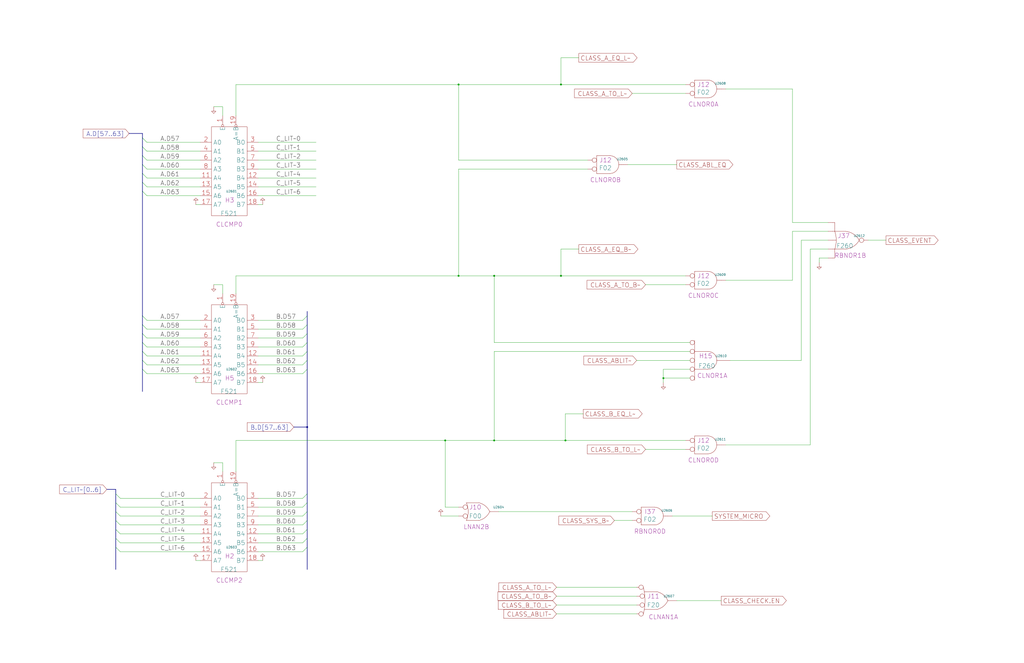
<source format=kicad_sch>
(kicad_sch (version 20250114) (generator "eeschema") (generator_version "9.0")
  (paper "User" 584.2 378.46)
  (title_block (title "CLASS CHECK LOGIC") (date "15-MAR-90") (rev "1.0") (comment 1 "TYPE") (comment 2 "232-003062") (comment 3 "S400") (comment 4 "RELEASED"))
  (lib_symbols
    (symbol "r1000:F00" (pin_numbers (hide yes)) (pin_names (hide yes))
      (property "Reference" "U" (at 15.24 0 0))
      (property "Value" "F00" (at 1.905 -5.08 0))
      (property "Location" "___" (at 1.905 0 0))
      (property "Name" "______" (at 2.54 -12.7 0))
      (symbol "F00_0_1"
        (polyline (pts (xy -2.54 2.54) (xy -2.54 -7.62)) (stroke (width 0.1524)))
        (polyline (pts (xy -2.54 2.54) (xy 5.08 2.54)) (stroke (width 0.1524)))
        (polyline (pts (xy -2.54 -7.62) (xy 5.08 -7.62)) (stroke (width 0.1524)))
        (arc (start 5.08 2.54) (mid 10.1281 -2.54) (end 5.08 -7.62) (stroke (width 0.1524)))
        (circle (center 11.43 -2.54) (radius 1.27) (stroke (width 0.1524)))
      )
      (symbol "F00_0_2"
        (arc (start -3.175 2.54) (mid -2.134 -2.54) (end -3.175 -7.62) (stroke (width 0.1524)))
        (circle (center -3.81 0) (radius 1.27) (stroke (width 0.1524)))
        (circle (center -3.81 -5.08) (radius 1.27) (stroke (width 0.1524)))
        (polyline (pts (xy -3.175 2.54) (xy 3.81 2.54)) (stroke (width 0.1524)))
        (polyline (pts (xy -3.175 -7.62) (xy 3.81 -7.62)) (stroke (width 0.1524)))
        (arc (start 3.81 2.54) (mid 7.5828 0.7472) (end 10.16 -2.54) (stroke (width 0.1524)))
        (arc (start 10.16 -2.54) (mid 7.5855 -5.8306) (end 3.81 -7.62) (stroke (width 0.1524)))
      )
      (symbol "F00_1_1"
        (pin input line (at -7.62 0 0) (length 5.08) (name "D0") (number "1"))
        (pin input line (at -7.62 -5.08 0) (length 5.08) (name "D1") (number "2"))
        (pin output line (at 15.24 -2.54 180) (length 2.54) (name "Q") (number "3"))
      )
      (symbol "F00_1_2"
        (pin input line (at -7.62 0 0) (length 2.54) (name "D0") (number "1"))
        (pin input line (at -7.62 -5.08 0) (length 2.54) (name "D1") (number "2"))
        (pin output line (at 15.24 -2.54 180) (length 5.08) (name "Q") (number "3"))
      )
    )
    (symbol "r1000:F02" (pin_numbers (hide yes)) (pin_names (hide yes))
      (property "Reference" "U" (at 12.16 0.635 0))
      (property "Value" "F02" (at -1.27 -4.445 0))
      (property "Location" "___" (at 2.54 0 0))
      (property "Name" "______" (at 2.54 -12.7 0))
      (symbol "F02_0_1"
        (arc (start -3.81 2.54) (mid -2.9847 -2.54) (end -3.81 -7.62) (stroke (width 0.1524)))
        (polyline (pts (xy -5.08 0) (xy -3.175 0)) (stroke (width 0.1524)))
        (polyline (pts (xy -5.08 -5.08) (xy -3.175 -5.08)) (stroke (width 0.1524)))
        (polyline (pts (xy -3.81 2.54) (xy 2.54 2.54)) (stroke (width 0.1524)))
        (polyline (pts (xy -3.81 -7.62) (xy 2.54 -7.62)) (stroke (width 0.1524)))
        (arc (start 2.54 2.54) (mid 6.9477 0.8966) (end 10.16 -2.54) (stroke (width 0.1524)))
        (arc (start 10.16 -2.54) (mid 6.9515 -5.9823) (end 2.54 -7.62) (stroke (width 0.1524)))
        (circle (center 11.43 -2.54) (radius 1.27) (stroke (width 0.1524)))
        (polyline (pts (xy 13.97 -2.54) (xy 12.7 -2.54)) (stroke (width 0.1524)))
      )
      (symbol "F02_0_2"
        (circle (center -3.81 0) (radius 1.27) (stroke (width 0.1524)))
        (circle (center -3.81 -5.08) (radius 1.27) (stroke (width 0.1524)))
        (polyline (pts (xy -2.54 2.54) (xy -2.54 -7.62)) (stroke (width 0.1524)))
        (polyline (pts (xy -2.54 2.54) (xy 5.08 2.54)) (stroke (width 0.1524)))
        (polyline (pts (xy -2.54 -7.62) (xy 5.08 -7.62)) (stroke (width 0.1524)))
        (arc (start 5.08 2.54) (mid 10.1281 -2.54) (end 5.08 -7.62) (stroke (width 0.1524)))
        (polyline (pts (xy 11.43 -2.54) (xy 10.16 -2.54)) (stroke (width 0.1524)))
        (polyline (pts (xy 11.43 -2.54) (xy 12.7 -2.54)) (stroke (width 0.1524)))
      )
      (symbol "F02_1_1"
        (pin input line (at -7.62 0 0) (length 2.54) (name "D0") (number "1"))
        (pin input line (at -7.62 -5.08 0) (length 2.54) (name "D1") (number "2"))
        (pin output line (at 15.24 -2.54 180) (length 1.27) (name "Q") (number "3"))
      )
      (symbol "F02_1_2"
        (pin input line (at -7.62 0 0) (length 2.54) (name "D0") (number "1"))
        (pin input line (at -7.62 -5.08 0) (length 2.54) (name "D1") (number "2"))
        (pin output line (at 15.24 -2.54 180) (length 2.54) (name "Q") (number "3"))
      )
    )
    (symbol "r1000:F20" (pin_numbers (hide yes)) (pin_names (hide yes))
      (property "Reference" "U" (at 8.255 2.54 0))
      (property "Value" "F20" (at -0.635 -2.54 0))
      (property "Location" "___" (at -0.635 2.54 0))
      (property "Name" "______" (at 5.08 -10.795 0))
      (symbol "F20_0_1"
        (polyline (pts (xy -5.08 7.62) (xy -5.08 5.08)) (stroke (width 0.1524)))
        (polyline (pts (xy -5.08 5.08) (xy -5.08 -5.08)) (stroke (width 0.1524)))
        (polyline (pts (xy -5.08 -5.08) (xy -5.08 -7.62)) (stroke (width 0.1524)))
        (arc (start 2.54 5.08) (mid 7.5882 0) (end 2.54 -5.08) (stroke (width 0.1524)))
        (polyline (pts (xy 2.54 5.08) (xy -5.08 5.08)) (stroke (width 0.1524)))
        (polyline (pts (xy 2.54 -5.08) (xy -5.08 -5.08)) (stroke (width 0.1524)))
        (circle (center 8.89 0) (radius 1.27) (stroke (width 0.1524)))
      )
      (symbol "F20_0_2"
        (arc (start -6.35 7.62) (mid -5.3975 0) (end -6.35 -7.62) (stroke (width 0.1524)))
        (circle (center -7.62 7.62) (radius 1.27) (stroke (width 0.1524)))
        (circle (center -7.62 -7.62) (radius 1.27) (stroke (width 0.1524)))
        (circle (center -6.985 2.54) (radius 1.27) (stroke (width 0.1524)))
        (circle (center -6.985 -2.54) (radius 1.27) (stroke (width 0.1524)))
        (polyline (pts (xy -5.715 5.08) (xy 1.27 5.08)) (stroke (width 0.1524)))
        (polyline (pts (xy -5.715 -5.08) (xy 1.27 -5.08)) (stroke (width 0.1524)))
        (arc (start 7.62 0) (mid 5.0518 -3.2985) (end 1.27 -5.08) (stroke (width 0.1524)))
        (arc (start 1.27 5.08) (mid 5.0518 3.2985) (end 7.62 0) (stroke (width 0.1524)))
      )
      (symbol "F20_1_1"
        (pin input line (at -10.16 7.62 0) (length 5.08) (name "D0") (number "1"))
        (pin input line (at -10.16 2.54 0) (length 5.08) (name "D1") (number "2"))
        (pin input line (at -10.16 -2.54 0) (length 5.08) (name "D2") (number "4"))
        (pin input line (at -10.16 -7.62 0) (length 5.08) (name "D3") (number "5"))
        (pin output line (at 12.7 0 180) (length 2.54) (name "Q") (number "6"))
      )
      (symbol "F20_1_2"
        (pin input line (at -10.16 7.62 0) (length 1.27) (name "D0") (number "1"))
        (pin input line (at -10.16 2.54 0) (length 1.905) (name "D1") (number "2"))
        (pin input line (at -10.16 -2.54 0) (length 1.905) (name "D2") (number "4"))
        (pin input line (at -10.16 -7.62 0) (length 1.27) (name "D3") (number "5"))
        (pin output line (at 12.7 0 180) (length 5.08) (name "Q") (number "6"))
      )
    )
    (symbol "r1000:F260" (pin_numbers (hide yes)) (pin_names (hide yes))
      (property "Reference" "U" (at 10.16 0 0))
      (property "Value" "F260" (at 1.905 -5.715 0))
      (property "Location" "___" (at 1.27 0 0))
      (property "Name" "______" (at 5.08 -12.7 0))
      (symbol "F260_0_1"
        (arc (start -3.8173 2.54) (mid -2.9926 -2.54) (end -3.8173 -7.62) (stroke (width 0.1524)))
        (polyline (pts (xy -5.08 7.62) (xy -3.81 7.62) (xy -3.81 2.54)) (stroke (width 0.1524)))
        (polyline (pts (xy -5.08 2.54) (xy -3.81 2.54)) (stroke (width 0.1524)))
        (polyline (pts (xy -5.08 -2.54) (xy -3.0226 -2.54)) (stroke (width 0.1524)))
        (polyline (pts (xy -5.08 -7.62) (xy -3.81 -7.62)) (stroke (width 0.1524)))
        (polyline (pts (xy -5.08 -12.7) (xy -3.81 -12.7) (xy -3.81 -7.62)) (stroke (width 0.1524)))
        (polyline (pts (xy -3.81 2.54) (xy 2.54 2.54)) (stroke (width 0.1524)))
        (polyline (pts (xy -3.81 -7.62) (xy 2.54 -7.62)) (stroke (width 0.1524)))
        (arc (start 10.16 -2.54) (mid 6.9504 -5.9807) (end 2.54 -7.62) (stroke (width 0.1524)))
        (arc (start 2.54 2.54) (mid 6.9516 0.9024) (end 10.16 -2.54) (stroke (width 0.1524)))
        (circle (center 11.43 -2.54) (radius 1.27) (stroke (width 0.1524)))
      )
      (symbol "F260_0_2"
        (circle (center -6.35 7.62) (radius 1.27) (stroke (width 0.1524)))
        (circle (center -6.35 2.54) (radius 1.27) (stroke (width 0.1524)))
        (circle (center -6.35 -2.54) (radius 1.27) (stroke (width 0.1524)))
        (circle (center -6.35 -7.62) (radius 1.27) (stroke (width 0.1524)))
        (circle (center -6.35 -12.7) (radius 1.27) (stroke (width 0.1524)))
        (polyline (pts (xy -5.08 2.54) (xy 2.54 2.54)) (stroke (width 0.1524)))
        (polyline (pts (xy -5.08 -7.62) (xy 2.54 -7.62)) (stroke (width 0.1524)))
        (polyline (pts (xy -5.08 -13.97) (xy -5.08 8.89)) (stroke (width 0.1524)))
        (arc (start 2.54 2.54) (mid 6.1321 1.0521) (end 7.62 -2.54) (stroke (width 0.1524)))
        (arc (start 7.62 -2.54) (mid 6.1321 -6.1321) (end 2.54 -7.62) (stroke (width 0.1524)))
      )
      (symbol "F260_1_1"
        (pin input line (at -7.62 7.62 0) (length 2.54) (name "D0") (number "12"))
        (pin input line (at -7.62 2.54 0) (length 2.54) (name "D1") (number "13"))
        (pin input line (at -7.62 -2.54 0) (length 2.54) (name "D2") (number "1"))
        (pin input line (at -7.62 -7.62 0) (length 2.54) (name "D3") (number "2"))
        (pin input line (at -7.62 -12.7 0) (length 2.54) (name "D4") (number "3"))
        (pin output line (at 15.24 -2.54 180) (length 2.54) (name "Q") (number "5"))
      )
      (symbol "F260_1_2"
        (pin input line (at -7.62 7.62 0) (length 0) (name "D0") (number "12"))
        (pin input line (at -7.62 2.54 0) (length 0) (name "D1") (number "13"))
        (pin input line (at -7.62 -2.54 0) (length 0) (name "D2") (number "1"))
        (pin input line (at -7.62 -7.62 0) (length 0) (name "D3") (number "2"))
        (pin input line (at -7.62 -12.7 0) (length 0) (name "D4") (number "3"))
        (pin output line (at 15.24 -2.54 180) (length 7.62) (name "Q") (number "5"))
      )
    )
    (symbol "r1000:F521" (pin_names (offset 1.016))
      (property "Reference" "U" (at 2.54 5.08 0))
      (property "Value" "F521" (at -3.81 -7.62 0))
      (property "Location" "___" (at -1.27 0 0))
      (property "Name" "______" (at 1.27 -15.24 0))
      (symbol "F521_1_1"
        (rectangle (start -8.89 41.91) (end 11.43 -8.89))
        (circle (center -2.54 42.545) (radius 0.635))
        (circle (center 5.08 42.545) (radius 0.635))
        (pin input line (at -15.24 33.02 0) (length 6.35) (name "A0") (number "2"))
        (pin input line (at -15.24 27.94 0) (length 6.35) (name "A1") (number "4"))
        (pin input line (at -15.24 22.86 0) (length 6.35) (name "A2") (number "6"))
        (pin input line (at -15.24 17.78 0) (length 6.35) (name "A3") (number "8"))
        (pin input line (at -15.24 12.7 0) (length 6.35) (name "A4") (number "11"))
        (pin input line (at -15.24 7.62 0) (length 6.35) (name "A5") (number "13"))
        (pin input line (at -15.24 2.54 0) (length 6.35) (name "A6") (number "15"))
        (pin input line (at -15.24 -2.54 0) (length 6.35) (name "A7") (number "17"))
        (pin input line (at -2.54 48.26 270) (length 5.08) (name "E") (number "1"))
        (pin output line (at 5.08 48.26 270) (length 5.08) (name "A=B") (number "19"))
        (pin input line (at 17.78 33.02 180) (length 6.35) (name "B0") (number "3"))
        (pin input line (at 17.78 27.94 180) (length 6.35) (name "B1") (number "5"))
        (pin input line (at 17.78 22.86 180) (length 6.35) (name "B2") (number "7"))
        (pin input line (at 17.78 17.78 180) (length 6.35) (name "B3") (number "9"))
        (pin input line (at 17.78 12.7 180) (length 6.35) (name "B4") (number "12"))
        (pin input line (at 17.78 7.62 180) (length 6.35) (name "B5") (number "14"))
        (pin input line (at 17.78 2.54 180) (length 6.35) (name "B6") (number "16"))
        (pin input line (at 17.78 -2.54 180) (length 6.35) (name "B7") (number "18"))
      )
    )
    (symbol "r1000:PD" (power) (pin_numbers (hide yes)) (pin_names (hide yes)) (in_bom no)
      (symbol "PD_0_1"
        (polyline (pts (xy 0 -2.54) (xy 1.27 -2.54) (xy 0 -3.81) (xy -1.27 -2.54) (xy 0 -2.54)) (stroke (width 0.1524)))
      )
      (symbol "PD_1_1"
        (pin power_in line (at 0 0 270) (length 2.54) (name "PD") (number "1"))
      )
    )
    (symbol "r1000:PU" (power) (pin_numbers (hide yes)) (pin_names (hide yes))
      (symbol "PU_0_1"
        (polyline (pts (xy 0 2.54) (xy -1.27 2.54) (xy 0 3.81) (xy 1.27 2.54) (xy 0 2.54)) (stroke (width 0.1524)))
      )
      (symbol "PU_1_1"
        (pin power_in line (at 0 0 90) (length 2.54) (name "PU") (number "1"))
      )
    )
  )
  (junction (at 281.94 251.46))
  (junction (at 281.94 157.48))
  (junction (at 320.04 48.26))
  (junction (at 261.62 48.26))
  (junction (at 261.62 157.48))
  (junction (at 322.58 251.46))
  (junction (at 175.26 243.84))
  (junction (at 254 251.46))
  (junction (at 320.04 157.48))
  (junction (at 378.46 215.9))
  (bus_entry (at 81.28 78.74) (size 2.54 2.54))
  (bus_entry (at 81.28 93.98) (size 2.54 2.54))
  (bus_entry (at 81.28 190.5) (size 2.54 2.54))
  (bus_entry (at 175.26 180.34) (size -2.54 2.54))
  (bus_entry (at 175.26 287.02) (size -2.54 2.54))
  (bus_entry (at 66.04 297.18) (size 2.54 2.54))
  (bus_entry (at 81.28 210.82) (size 2.54 2.54))
  (bus_entry (at 175.26 312.42) (size -2.54 2.54))
  (bus_entry (at 81.28 99.06) (size 2.54 2.54))
  (bus_entry (at 81.28 83.82) (size 2.54 2.54))
  (bus_entry (at 81.28 205.74) (size 2.54 2.54))
  (bus_entry (at 66.04 281.94) (size 2.54 2.54))
  (bus_entry (at 175.26 297.18) (size -2.54 2.54))
  (bus_entry (at 66.04 302.26) (size 2.54 2.54))
  (bus_entry (at 66.04 307.34) (size 2.54 2.54))
  (bus_entry (at 81.28 180.34) (size 2.54 2.54))
  (bus_entry (at 66.04 312.42) (size 2.54 2.54))
  (bus_entry (at 175.26 200.66) (size -2.54 2.54))
  (bus_entry (at 175.26 302.26) (size -2.54 2.54))
  (bus_entry (at 81.28 200.66) (size 2.54 2.54))
  (bus_entry (at 175.26 185.42) (size -2.54 2.54))
  (bus_entry (at 175.26 292.1) (size -2.54 2.54))
  (bus_entry (at 81.28 88.9) (size 2.54 2.54))
  (bus_entry (at 81.28 104.14) (size 2.54 2.54))
  (bus_entry (at 175.26 210.82) (size -2.54 2.54))
  (bus_entry (at 66.04 292.1) (size 2.54 2.54))
  (bus_entry (at 175.26 195.58) (size -2.54 2.54))
  (bus_entry (at 175.26 190.5) (size -2.54 2.54))
  (bus_entry (at 175.26 307.34) (size -2.54 2.54))
  (bus_entry (at 175.26 205.74) (size -2.54 2.54))
  (bus_entry (at 175.26 281.94) (size -2.54 2.54))
  (bus_entry (at 81.28 109.22) (size 2.54 2.54))
  (bus_entry (at 81.28 185.42) (size 2.54 2.54))
  (bus_entry (at 66.04 287.02) (size 2.54 2.54))
  (bus_entry (at 81.28 195.58) (size 2.54 2.54))
  (wire (pts (xy 147.32 289.56) (xy 172.72 289.56)))
  (wire (pts (xy 378.46 215.9) (xy 378.46 218.44)))
  (wire (pts (xy 134.62 48.26) (xy 134.62 66.04)))
  (wire (pts (xy 134.62 251.46) (xy 134.62 269.24)))
  (wire (pts (xy 83.82 106.68) (xy 114.3 106.68)))
  (wire (pts (xy 68.58 309.88) (xy 114.3 309.88)))
  (wire (pts (xy 147.32 81.28) (xy 180.34 81.28)))
  (wire (pts (xy 322.58 251.46) (xy 281.94 251.46)))
  (wire (pts (xy 281.94 157.48) (xy 261.62 157.48)))
  (wire (pts (xy 317.5 345.44) (xy 363.22 345.44)))
  (bus (pts (xy 175.26 185.42) (xy 175.26 190.5)))
  (wire (pts (xy 147.32 284.48) (xy 172.72 284.48)))
  (wire (pts (xy 83.82 81.28) (xy 114.3 81.28)))
  (bus (pts (xy 66.04 302.26) (xy 66.04 307.34)))
  (wire (pts (xy 147.32 91.44) (xy 180.34 91.44)))
  (wire (pts (xy 393.7 200.66) (xy 281.94 200.66)))
  (wire (pts (xy 147.32 314.96) (xy 172.72 314.96)))
  (wire (pts (xy 147.32 106.68) (xy 180.34 106.68)))
  (wire (pts (xy 147.32 86.36) (xy 180.34 86.36)))
  (wire (pts (xy 83.82 203.2) (xy 114.3 203.2)))
  (wire (pts (xy 391.16 251.46) (xy 322.58 251.46)))
  (wire (pts (xy 147.32 218.44) (xy 149.86 218.44)))
  (wire (pts (xy 111.76 116.84) (xy 114.3 116.84)))
  (wire (pts (xy 452.12 132.08) (xy 452.12 160.02)))
  (wire (pts (xy 393.7 210.82) (xy 378.46 210.82)))
  (bus (pts (xy 66.04 292.1) (xy 66.04 297.18)))
  (bus (pts (xy 66.04 307.34) (xy 66.04 312.42)))
  (wire (pts (xy 383.54 294.64) (xy 406.4 294.64)))
  (wire (pts (xy 68.58 294.64) (xy 114.3 294.64)))
  (bus (pts (xy 175.26 281.94) (xy 175.26 287.02)))
  (bus (pts (xy 81.28 78.74) (xy 81.28 83.82)))
  (bus (pts (xy 81.28 205.74) (xy 81.28 210.82)))
  (wire (pts (xy 147.32 208.28) (xy 172.72 208.28)))
  (wire (pts (xy 134.62 157.48) (xy 134.62 167.64)))
  (wire (pts (xy 360.68 53.34) (xy 391.16 53.34)))
  (wire (pts (xy 68.58 314.96) (xy 114.3 314.96)))
  (wire (pts (xy 147.32 101.6) (xy 180.34 101.6)))
  (wire (pts (xy 368.3 162.56) (xy 391.16 162.56)))
  (wire (pts (xy 83.82 193.04) (xy 114.3 193.04)))
  (wire (pts (xy 121.92 60.96) (xy 127 60.96)))
  (bus (pts (xy 81.28 210.82) (xy 81.28 223.52)))
  (bus (pts (xy 175.26 190.5) (xy 175.26 195.58)))
  (bus (pts (xy 175.26 205.74) (xy 175.26 210.82)))
  (bus (pts (xy 175.26 287.02) (xy 175.26 292.1)))
  (wire (pts (xy 368.3 256.54) (xy 391.16 256.54)))
  (bus (pts (xy 175.26 297.18) (xy 175.26 302.26)))
  (wire (pts (xy 261.62 48.26) (xy 134.62 48.26)))
  (wire (pts (xy 386.08 342.9) (xy 411.48 342.9)))
  (wire (pts (xy 335.28 96.52) (xy 261.62 96.52)))
  (wire (pts (xy 254 289.56) (xy 254 251.46)))
  (wire (pts (xy 147.32 320.04) (xy 149.86 320.04)))
  (wire (pts (xy 261.62 91.44) (xy 261.62 48.26)))
  (wire (pts (xy 147.32 309.88) (xy 172.72 309.88)))
  (wire (pts (xy 68.58 284.48) (xy 114.3 284.48)))
  (wire (pts (xy 320.04 33.02) (xy 320.04 48.26)))
  (wire (pts (xy 83.82 111.76) (xy 114.3 111.76)))
  (wire (pts (xy 317.5 340.36) (xy 363.22 340.36)))
  (wire (pts (xy 472.44 127) (xy 452.12 127)))
  (wire (pts (xy 281.94 195.58) (xy 281.94 157.48)))
  (bus (pts (xy 81.28 88.9) (xy 81.28 93.98)))
  (wire (pts (xy 83.82 208.28) (xy 114.3 208.28)))
  (wire (pts (xy 83.82 182.88) (xy 114.3 182.88)))
  (wire (pts (xy 127 60.96) (xy 127 66.04)))
  (wire (pts (xy 147.32 182.88) (xy 172.72 182.88)))
  (wire (pts (xy 335.28 91.44) (xy 261.62 91.44)))
  (bus (pts (xy 175.26 307.34) (xy 175.26 312.42)))
  (wire (pts (xy 322.58 236.22) (xy 322.58 251.46)))
  (wire (pts (xy 391.16 157.48) (xy 320.04 157.48)))
  (wire (pts (xy 281.94 251.46) (xy 254 251.46)))
  (wire (pts (xy 378.46 210.82) (xy 378.46 215.9)))
  (wire (pts (xy 147.32 116.84) (xy 149.86 116.84)))
  (wire (pts (xy 121.92 264.16) (xy 127 264.16)))
  (bus (pts (xy 175.26 195.58) (xy 175.26 200.66)))
  (wire (pts (xy 83.82 101.6) (xy 114.3 101.6)))
  (wire (pts (xy 147.32 193.04) (xy 172.72 193.04)))
  (wire (pts (xy 330.2 142.24) (xy 320.04 142.24)))
  (bus (pts (xy 73.66 76.2) (xy 81.28 76.2)))
  (wire (pts (xy 350.52 297.18) (xy 360.68 297.18)))
  (wire (pts (xy 284.48 292.1) (xy 360.68 292.1)))
  (wire (pts (xy 147.32 96.52) (xy 180.34 96.52)))
  (wire (pts (xy 83.82 86.36) (xy 114.3 86.36)))
  (bus (pts (xy 81.28 185.42) (xy 81.28 190.5)))
  (bus (pts (xy 81.28 180.34) (xy 81.28 185.42)))
  (wire (pts (xy 111.76 320.04) (xy 114.3 320.04)))
  (wire (pts (xy 147.32 187.96) (xy 172.72 187.96)))
  (wire (pts (xy 68.58 299.72) (xy 114.3 299.72)))
  (bus (pts (xy 81.28 190.5) (xy 81.28 195.58)))
  (wire (pts (xy 281.94 200.66) (xy 281.94 251.46)))
  (wire (pts (xy 68.58 289.56) (xy 114.3 289.56)))
  (bus (pts (xy 66.04 281.94) (xy 66.04 287.02)))
  (bus (pts (xy 66.04 297.18) (xy 66.04 302.26)))
  (wire (pts (xy 251.46 294.64) (xy 261.62 294.64)))
  (wire (pts (xy 83.82 96.52) (xy 114.3 96.52)))
  (wire (pts (xy 452.12 160.02) (xy 414.02 160.02)))
  (wire (pts (xy 261.62 289.56) (xy 254 289.56)))
  (wire (pts (xy 147.32 203.2) (xy 172.72 203.2)))
  (bus (pts (xy 175.26 200.66) (xy 175.26 205.74)))
  (bus (pts (xy 66.04 279.4) (xy 66.04 281.94)))
  (bus (pts (xy 175.26 292.1) (xy 175.26 297.18)))
  (bus (pts (xy 167.64 243.84) (xy 175.26 243.84)))
  (wire (pts (xy 332.74 236.22) (xy 322.58 236.22)))
  (wire (pts (xy 378.46 215.9) (xy 393.7 215.9)))
  (bus (pts (xy 81.28 93.98) (xy 81.28 99.06)))
  (wire (pts (xy 254 251.46) (xy 134.62 251.46)))
  (bus (pts (xy 175.26 210.82) (xy 175.26 243.84)))
  (wire (pts (xy 320.04 142.24) (xy 320.04 157.48)))
  (wire (pts (xy 393.7 195.58) (xy 281.94 195.58)))
  (wire (pts (xy 261.62 157.48) (xy 134.62 157.48)))
  (bus (pts (xy 175.26 177.8) (xy 175.26 180.34)))
  (wire (pts (xy 317.5 350.52) (xy 363.22 350.52)))
  (wire (pts (xy 462.28 142.24) (xy 462.28 254)))
  (wire (pts (xy 147.32 198.12) (xy 172.72 198.12)))
  (wire (pts (xy 147.32 213.36) (xy 172.72 213.36)))
  (bus (pts (xy 81.28 200.66) (xy 81.28 205.74)))
  (bus (pts (xy 66.04 312.42) (xy 66.04 325.12)))
  (wire (pts (xy 358.14 93.98) (xy 386.08 93.98)))
  (wire (pts (xy 83.82 213.36) (xy 114.3 213.36)))
  (bus (pts (xy 81.28 76.2) (xy 81.28 78.74)))
  (wire (pts (xy 495.3 137.16) (xy 505.46 137.16)))
  (wire (pts (xy 147.32 299.72) (xy 172.72 299.72)))
  (wire (pts (xy 127 162.56) (xy 127 167.64)))
  (wire (pts (xy 111.76 218.44) (xy 114.3 218.44)))
  (bus (pts (xy 81.28 83.82) (xy 81.28 88.9)))
  (bus (pts (xy 60.96 279.4) (xy 66.04 279.4)))
  (wire (pts (xy 452.12 127) (xy 452.12 50.8)))
  (wire (pts (xy 83.82 91.44) (xy 114.3 91.44)))
  (wire (pts (xy 68.58 304.8) (xy 114.3 304.8)))
  (wire (pts (xy 472.44 142.24) (xy 462.28 142.24)))
  (wire (pts (xy 320.04 48.26) (xy 261.62 48.26)))
  (wire (pts (xy 127 264.16) (xy 127 269.24)))
  (bus (pts (xy 175.26 302.26) (xy 175.26 307.34)))
  (bus (pts (xy 175.26 312.42) (xy 175.26 325.12)))
  (wire (pts (xy 472.44 147.32) (xy 467.36 147.32)))
  (wire (pts (xy 457.2 205.74) (xy 416.56 205.74)))
  (bus (pts (xy 81.28 99.06) (xy 81.28 104.14)))
  (wire (pts (xy 462.28 254) (xy 414.02 254)))
  (wire (pts (xy 452.12 50.8) (xy 414.02 50.8)))
  (bus (pts (xy 175.26 243.84) (xy 175.26 281.94)))
  (bus (pts (xy 66.04 287.02) (xy 66.04 292.1)))
  (wire (pts (xy 147.32 111.76) (xy 180.34 111.76)))
  (wire (pts (xy 320.04 157.48) (xy 281.94 157.48)))
  (bus (pts (xy 175.26 180.34) (xy 175.26 185.42)))
  (wire (pts (xy 261.62 96.52) (xy 261.62 157.48)))
  (wire (pts (xy 472.44 132.08) (xy 452.12 132.08)))
  (wire (pts (xy 83.82 187.96) (xy 114.3 187.96)))
  (wire (pts (xy 457.2 137.16) (xy 457.2 205.74)))
  (bus (pts (xy 81.28 195.58) (xy 81.28 200.66)))
  (wire (pts (xy 472.44 137.16) (xy 457.2 137.16)))
  (wire (pts (xy 467.36 147.32) (xy 467.36 149.86)))
  (wire (pts (xy 83.82 198.12) (xy 114.3 198.12)))
  (wire (pts (xy 391.16 48.26) (xy 320.04 48.26)))
  (bus (pts (xy 81.28 109.22) (xy 81.28 180.34)))
  (wire (pts (xy 330.2 33.02) (xy 320.04 33.02)))
  (wire (pts (xy 317.5 335.28) (xy 363.22 335.28)))
  (wire (pts (xy 147.32 304.8) (xy 172.72 304.8)))
  (bus (pts (xy 81.28 104.14) (xy 81.28 109.22)))
  (wire (pts (xy 147.32 294.64) (xy 172.72 294.64)))
  (wire (pts (xy 121.92 162.56) (xy 127 162.56)))
  (wire (pts (xy 363.22 205.74) (xy 393.7 205.74)))
  (label "A.D61" (at 91.44 203.2 0) (effects (font (size 2.54 2.54))))
  (label "C_LIT~0" (at 91.44 284.48 0) (effects (font (size 2.54 2.54))))
  (label "B.D62" (at 157.48 208.28 0) (effects (font (size 2.54 2.54))))
  (label "A.D60" (at 91.44 198.12 0) (effects (font (size 2.54 2.54))))
  (label "B.D61" (at 157.48 203.2 0) (effects (font (size 2.54 2.54))))
  (label "B.D57" (at 157.48 182.88 0) (effects (font (size 2.54 2.54))))
  (label "A.D63" (at 91.44 111.76 0) (effects (font (size 2.54 2.54))))
  (label "B.D59" (at 157.48 294.64 0) (effects (font (size 2.54 2.54))))
  (label "B.D59" (at 157.48 193.04 0) (effects (font (size 2.54 2.54))))
  (label "C_LIT~4" (at 91.44 304.8 0) (effects (font (size 2.54 2.54))))
  (label "A.D62" (at 91.44 106.68 0) (effects (font (size 2.54 2.54))))
  (label "C_LIT~5" (at 91.44 309.88 0) (effects (font (size 2.54 2.54))))
  (label "A.D62" (at 91.44 208.28 0) (effects (font (size 2.54 2.54))))
  (label "C_LIT~3" (at 157.48 96.52 0) (effects (font (size 2.54 2.54))))
  (label "C_LIT~6" (at 157.48 111.76 0) (effects (font (size 2.54 2.54))))
  (label "A.D61" (at 91.44 101.6 0) (effects (font (size 2.54 2.54))))
  (label "C_LIT~3" (at 91.44 299.72 0) (effects (font (size 2.54 2.54))))
  (label "C_LIT~1" (at 91.44 289.56 0) (effects (font (size 2.54 2.54))))
  (label "C_LIT~6" (at 91.44 314.96 0) (effects (font (size 2.54 2.54))))
  (label "C_LIT~2" (at 157.48 91.44 0) (effects (font (size 2.54 2.54))))
  (label "C_LIT~0" (at 157.48 81.28 0) (effects (font (size 2.54 2.54))))
  (label "A.D57" (at 91.44 81.28 0) (effects (font (size 2.54 2.54))))
  (label "C_LIT~5" (at 157.48 106.68 0) (effects (font (size 2.54 2.54))))
  (label "A.D57" (at 91.44 182.88 0) (effects (font (size 2.54 2.54))))
  (label "C_LIT~4" (at 157.48 101.6 0) (effects (font (size 2.54 2.54))))
  (label "A.D60" (at 91.44 96.52 0) (effects (font (size 2.54 2.54))))
  (label "B.D63" (at 157.48 314.96 0) (effects (font (size 2.54 2.54))))
  (label "B.D60" (at 157.48 299.72 0) (effects (font (size 2.54 2.54))))
  (label "B.D63" (at 157.48 213.36 0) (effects (font (size 2.54 2.54))))
  (label "B.D58" (at 157.48 289.56 0) (effects (font (size 2.54 2.54))))
  (label "A.D63" (at 91.44 213.36 0) (effects (font (size 2.54 2.54))))
  (label "A.D59" (at 91.44 91.44 0) (effects (font (size 2.54 2.54))))
  (label "C_LIT~2" (at 91.44 294.64 0) (effects (font (size 2.54 2.54))))
  (label "B.D57" (at 157.48 284.48 0) (effects (font (size 2.54 2.54))))
  (label "C_LIT~1" (at 157.48 86.36 0) (effects (font (size 2.54 2.54))))
  (label "A.D58" (at 91.44 86.36 0) (effects (font (size 2.54 2.54))))
  (label "B.D62" (at 157.48 309.88 0) (effects (font (size 2.54 2.54))))
  (label "B.D58" (at 157.48 187.96 0) (effects (font (size 2.54 2.54))))
  (label "B.D61" (at 157.48 304.8 0) (effects (font (size 2.54 2.54))))
  (label "B.D60" (at 157.48 198.12 0) (effects (font (size 2.54 2.54))))
  (label "A.D59" (at 91.44 193.04 0) (effects (font (size 2.54 2.54))))
  (label "A.D58" (at 91.44 187.96 0) (effects (font (size 2.54 2.54))))
  (global_label "CLASS_A_EQ_L~" (shape output) (at 330.2 33.02 0) (effects (font (size 2.54 2.54))) (property "Intersheetrefs" "${INTERSHEET_REFS}" (at 363.4498 32.8613 0) (effects (font (size 1.905 1.905)) (justify left))))
  (global_label "CLASS_EVENT" (shape output) (at 505.46 137.16 0) (effects (font (size 2.54 2.54))) (property "Intersheetrefs" "${INTERSHEET_REFS}" (at 535.2022 137.0013 0) (effects (font (size 1.905 1.905)) (justify left))))
  (global_label "CLASS_CHECK.EN" (shape output) (at 411.48 342.9 0) (effects (font (size 2.54 2.54))) (property "Intersheetrefs" "${INTERSHEET_REFS}" (at 448.6003 342.7413 0) (effects (font (size 1.905 1.905)) (justify left))))
  (global_label "CLASS_SYS_B~" (shape input) (at 350.52 297.18 180) (effects (font (size 2.54 2.54))) (property "Intersheetrefs" "${INTERSHEET_REFS}" (at 318.8426 297.0213 0) (effects (font (size 1.905 1.905)) (justify right))))
  (global_label "CLASS_B_TO_L~" (shape input) (at 317.5 345.44 180) (effects (font (size 2.54 2.54))) (property "Intersheetrefs" "${INTERSHEET_REFS}" (at 284.2502 345.2813 0) (effects (font (size 1.905 1.905)) (justify right))))
  (global_label "CLASS_ABLIT~" (shape input) (at 317.5 350.52 180) (effects (font (size 2.54 2.54))) (property "Intersheetrefs" "${INTERSHEET_REFS}" (at 287.395 350.3613 0) (effects (font (size 1.905 1.905)) (justify right))))
  (global_label "CLASS_B_TO_L~" (shape input) (at 368.3 256.54 180) (effects (font (size 2.54 2.54))) (property "Intersheetrefs" "${INTERSHEET_REFS}" (at 335.0502 256.3813 0) (effects (font (size 1.905 1.905)) (justify right))))
  (global_label "CLASS_ABLIT~" (shape input) (at 363.22 205.74 180) (effects (font (size 2.54 2.54))) (property "Intersheetrefs" "${INTERSHEET_REFS}" (at 333.115 205.5813 0) (effects (font (size 1.905 1.905)) (justify right))))
  (global_label "C_LIT~[0..6]" (shape input) (at 60.96 279.4 180) (effects (font (size 2.54 2.54))) (property "Intersheetrefs" "${INTERSHEET_REFS}" (at 33.9997 279.2413 0) (effects (font (size 1.905 1.905)) (justify right))))
  (global_label "A.D[57..63]" (shape input) (at 73.66 76.2 180) (effects (font (size 2.54 2.54))) (property "Intersheetrefs" "${INTERSHEET_REFS}" (at 47.4254 76.0413 0) (effects (font (size 1.905 1.905)) (justify right))))
  (global_label "CLASS_A_TO_B~" (shape input) (at 368.3 162.56 180) (effects (font (size 2.54 2.54))) (property "Intersheetrefs" "${INTERSHEET_REFS}" (at 334.9292 162.4013 0) (effects (font (size 1.905 1.905)) (justify right))))
  (global_label "CLASS_B_EQ_L~" (shape output) (at 332.74 236.22 0) (effects (font (size 2.54 2.54))) (property "Intersheetrefs" "${INTERSHEET_REFS}" (at 366.3527 236.0613 0) (effects (font (size 1.905 1.905)) (justify left))))
  (global_label "CLASS_A_TO_L~" (shape input) (at 360.68 53.34 180) (effects (font (size 2.54 2.54))) (property "Intersheetrefs" "${INTERSHEET_REFS}" (at 327.793 53.1813 0) (effects (font (size 1.905 1.905)) (justify right))))
  (global_label "CLASS_A_EQ_B~" (shape output) (at 330.2 142.24 0) (effects (font (size 2.54 2.54))) (property "Intersheetrefs" "${INTERSHEET_REFS}" (at 363.9336 142.0813 0) (effects (font (size 1.905 1.905)) (justify left))))
  (global_label "B.D[57..63]" (shape input) (at 167.64 243.84 180) (effects (font (size 2.54 2.54))) (property "Intersheetrefs" "${INTERSHEET_REFS}" (at 141.0426 243.6813 0) (effects (font (size 1.905 1.905)) (justify right))))
  (global_label "CLASS_A_TO_B~" (shape input) (at 317.5 340.36 180) (effects (font (size 2.54 2.54))) (property "Intersheetrefs" "${INTERSHEET_REFS}" (at 284.1292 340.2013 0) (effects (font (size 1.905 1.905)) (justify right))))
  (global_label "CLASS_ABL_EQ" (shape output) (at 386.08 93.98 0) (effects (font (size 2.54 2.54))) (property "Intersheetrefs" "${INTERSHEET_REFS}" (at 418.1203 93.8213 0) (effects (font (size 1.905 1.905)) (justify left))))
  (global_label "SYSTEM_MICRO" (shape output) (at 406.4 294.64 0) (effects (font (size 2.54 2.54))) (property "Intersheetrefs" "${INTERSHEET_REFS}" (at 439.166 294.4813 0) (effects (font (size 1.905 1.905)) (justify left))))
  (global_label "CLASS_A_TO_L~" (shape input) (at 317.5 335.28 180) (effects (font (size 2.54 2.54))) (property "Intersheetrefs" "${INTERSHEET_REFS}" (at 284.613 335.1213 0) (effects (font (size 1.905 1.905)) (justify right))))
  (symbol (lib_id "r1000:F02") (at 398.78 48.26 0) (unit 1) (convert 2)
    (property "Reference" "U2608" (at 410.94 47.625 0))
    (property "Value" "F02" (at 397.51 52.705 0) (effects (font (size 2.54 2.54)) (justify left)))
    (property "Location" "J12" (at 401.32 48.26 0) (effects (font (size 2.54 2.54))))
    (property "Name" "CLNOR0A" (at 401.32 60.96 0) (effects (font (size 2.54 2.54)) (justify bottom)))
  )
  (symbol (lib_id "r1000:PU") (at 111.76 116.84 0) (unit 1)
    (property "Reference" "#PWR02601" (effects (hide yes)))
    (property "Value" "PU" (effects (hide yes)))
  )
  (symbol (lib_id "r1000:PD") (at 121.92 264.16 0) (unit 1) (in_bom no)
    (property "Reference" "#PWR02606" (effects (hide yes)))
    (property "Value" "PD" (effects (hide yes)))
  )
  (symbol (lib_id "r1000:F521") (at 129.54 215.9 0) (unit 1)
    (property "Reference" "U2602" (at 132.08 210.82 0))
    (property "Value" "F521" (at 125.73 223.52 0) (effects (font (size 2.54 2.54)) (justify left)))
    (property "Location" "H5" (at 128.27 215.9 0) (effects (font (size 2.54 2.54)) (justify left)))
    (property "Name" "CLCMP1" (at 130.81 231.14 0) (effects (font (size 2.54 2.54)) (justify bottom)))
  )
  (symbol (lib_id "r1000:F02") (at 398.78 157.48 0) (unit 1) (convert 2)
    (property "Reference" "U2609" (at 410.94 156.845 0))
    (property "Value" "F02" (at 397.51 161.925 0) (effects (font (size 2.54 2.54)) (justify left)))
    (property "Location" "J12" (at 401.32 157.48 0) (effects (font (size 2.54 2.54))))
    (property "Name" "CLNOR0C" (at 401.32 170.18 0) (effects (font (size 2.54 2.54)) (justify bottom)))
  )
  (symbol (lib_id "r1000:F521") (at 129.54 317.5 0) (unit 1)
    (property "Reference" "U2603" (at 132.08 312.42 0))
    (property "Value" "F521" (at 125.73 325.12 0) (effects (font (size 2.54 2.54)) (justify left)))
    (property "Location" "H2" (at 128.27 317.5 0) (effects (font (size 2.54 2.54)) (justify left)))
    (property "Name" "CLCMP2" (at 130.81 332.74 0) (effects (font (size 2.54 2.54)) (justify bottom)))
  )
  (symbol (lib_id "r1000:PD") (at 121.92 60.96 0) (unit 1) (in_bom no)
    (property "Reference" "#PWR02604" (effects (hide yes)))
    (property "Value" "PD" (effects (hide yes)))
  )
  (symbol (lib_id "r1000:F260") (at 480.06 134.62 0) (unit 1)
    (property "Reference" "U2612" (at 490.22 134.62 0))
    (property "Value" "F260" (at 481.965 140.335 0) (effects (font (size 2.54 2.54))))
    (property "Location" "J37" (at 481.33 134.62 0) (effects (font (size 2.54 2.54))))
    (property "Name" "RBNOR1B" (at 485.14 147.32 0) (effects (font (size 2.54 2.54)) (justify bottom)))
  )
  (symbol (lib_id "r1000:PU") (at 149.86 116.84 0) (unit 1)
    (property "Reference" "#PWR02607" (effects (hide yes)))
    (property "Value" "PU" (effects (hide yes)))
  )
  (symbol (lib_id "r1000:PU") (at 149.86 320.04 0) (unit 1)
    (property "Reference" "#PWR02609" (effects (hide yes)))
    (property "Value" "PU" (effects (hide yes)))
  )
  (symbol (lib_id "r1000:F20") (at 373.38 342.9 0) (unit 1) (convert 2)
    (property "Reference" "U2607" (at 381.635 340.36 0))
    (property "Value" "F20" (at 372.745 345.44 0) (effects (font (size 2.54 2.54))))
    (property "Location" "J11" (at 372.745 340.36 0) (effects (font (size 2.54 2.54))))
    (property "Name" "CLNAN1A" (at 378.46 353.695 0) (effects (font (size 2.54 2.54)) (justify bottom)))
  )
  (symbol (lib_id "r1000:PU") (at 251.46 294.64 0) (unit 1)
    (property "Reference" "#PWR02610" (effects (hide yes)))
    (property "Value" "PU" (effects (hide yes)))
  )
  (symbol (lib_id "r1000:PU") (at 149.86 218.44 0) (unit 1)
    (property "Reference" "#PWR02608" (effects (hide yes)))
    (property "Value" "PU" (effects (hide yes)))
  )
  (symbol (lib_id "r1000:PD") (at 467.36 149.86 0) (unit 1) (in_bom no)
    (property "Reference" "#PWR02612" (effects (hide yes)))
    (property "Value" "PD" (effects (hide yes)))
  )
  (symbol (lib_id "r1000:F02") (at 342.9 91.44 0) (unit 1) (convert 2)
    (property "Reference" "U2605" (at 355.06 90.805 0))
    (property "Value" "F02" (at 341.63 95.885 0) (effects (font (size 2.54 2.54)) (justify left)))
    (property "Location" "J12" (at 345.44 91.44 0) (effects (font (size 2.54 2.54))))
    (property "Name" "CLNOR0B" (at 345.44 104.14 0) (effects (font (size 2.54 2.54)) (justify bottom)))
  )
  (symbol (lib_id "r1000:F260") (at 401.32 203.2 0) (unit 1) (convert 2)
    (property "Reference" "U2610" (at 411.48 203.2 0))
    (property "Value" "F260" (at 403.225 208.915 0) (effects (font (size 2.54 2.54))))
    (property "Location" "H15" (at 402.59 203.2 0) (effects (font (size 2.54 2.54))))
    (property "Name" "CLNOR1A" (at 406.4 215.9 0) (effects (font (size 2.54 2.54)) (justify bottom)))
  )
  (symbol (lib_id "r1000:PD") (at 378.46 218.44 0) (unit 1) (in_bom no)
    (property "Reference" "#PWR02611" (effects (hide yes)))
    (property "Value" "PD" (effects (hide yes)))
  )
  (symbol (lib_id "r1000:F00") (at 269.24 289.56 0) (unit 1) (convert 2)
    (property "Reference" "U2604" (at 284.48 289.56 0))
    (property "Value" "F00" (at 271.145 294.64 0) (effects (font (size 2.54 2.54))))
    (property "Location" "J10" (at 271.145 289.56 0) (effects (font (size 2.54 2.54))))
    (property "Name" "LNAN2B" (at 271.78 302.26 0) (effects (font (size 2.54 2.54)) (justify bottom)))
  )
  (symbol (lib_id "r1000:PU") (at 111.76 320.04 0) (unit 1)
    (property "Reference" "#PWR02603" (effects (hide yes)))
    (property "Value" "PU" (effects (hide yes)))
  )
  (symbol (lib_id "r1000:F02") (at 368.3 292.1 0) (unit 1) (convert 2)
    (property "Reference" "U2606" (at 380.46 291.465 0))
    (property "Value" "F02" (at 367.03 296.545 0) (effects (font (size 2.54 2.54)) (justify left)))
    (property "Location" "I37" (at 370.84 292.1 0) (effects (font (size 2.54 2.54))))
    (property "Name" "RBNOR0D" (at 370.84 304.8 0) (effects (font (size 2.54 2.54)) (justify bottom)))
  )
  (symbol (lib_id "r1000:F02") (at 398.78 251.46 0) (unit 1) (convert 2)
    (property "Reference" "U2611" (at 410.94 250.825 0))
    (property "Value" "F02" (at 397.51 255.905 0) (effects (font (size 2.54 2.54)) (justify left)))
    (property "Location" "J12" (at 401.32 251.46 0) (effects (font (size 2.54 2.54))))
    (property "Name" "CLNOR0D" (at 401.32 264.16 0) (effects (font (size 2.54 2.54)) (justify bottom)))
  )
  (symbol (lib_id "r1000:F521") (at 129.54 114.3 0) (unit 1)
    (property "Reference" "U2601" (at 132.08 109.22 0))
    (property "Value" "F521" (at 125.73 121.92 0) (effects (font (size 2.54 2.54)) (justify left)))
    (property "Location" "H3" (at 128.27 114.3 0) (effects (font (size 2.54 2.54)) (justify left)))
    (property "Name" "CLCMP0" (at 130.81 129.54 0) (effects (font (size 2.54 2.54)) (justify bottom)))
  )
  (symbol (lib_id "r1000:PU") (at 111.76 218.44 0) (unit 1)
    (property "Reference" "#PWR02602" (effects (hide yes)))
    (property "Value" "PU" (effects (hide yes)))
  )
  (symbol (lib_id "r1000:PD") (at 121.92 162.56 0) (unit 1) (in_bom no)
    (property "Reference" "#PWR02605" (effects (hide yes)))
    (property "Value" "PD" (effects (hide yes)))
  )
)
</source>
